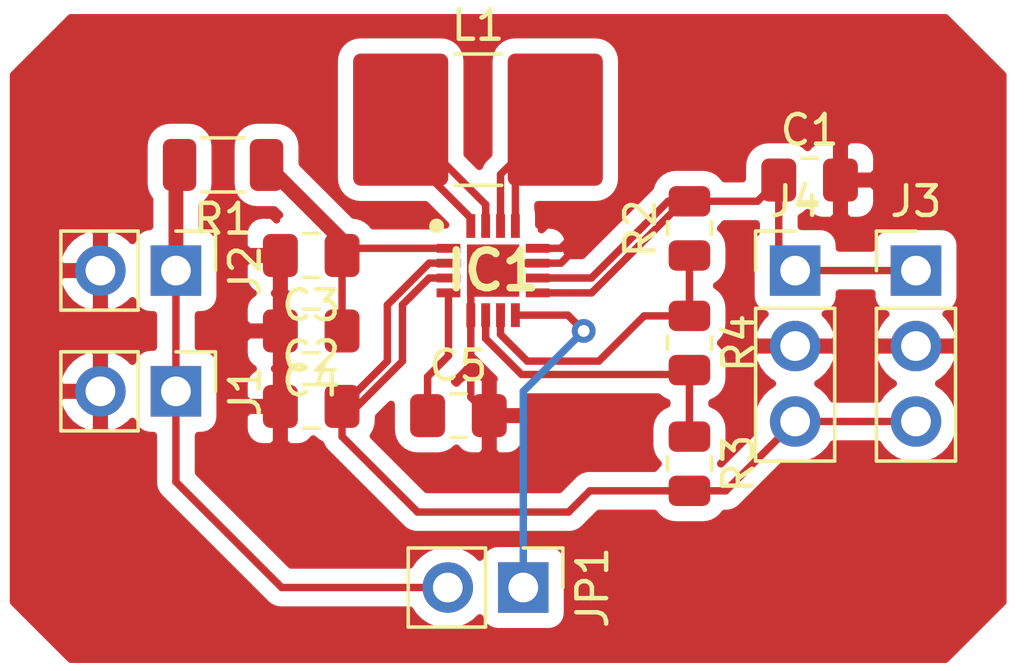
<source format=kicad_pcb>
(kicad_pcb (version 20171130) (host pcbnew 5.1.9-73d0e3b20d~88~ubuntu18.04.1)

  (general
    (thickness 1.6)
    (drawings 4)
    (tracks 83)
    (zones 0)
    (modules 16)
    (nets 12)
  )

  (page A4)
  (layers
    (0 F.Cu signal)
    (31 B.Cu signal)
    (32 B.Adhes user)
    (33 F.Adhes user)
    (34 B.Paste user)
    (35 F.Paste user)
    (36 B.SilkS user)
    (37 F.SilkS user)
    (38 B.Mask user)
    (39 F.Mask user)
    (40 Dwgs.User user)
    (41 Cmts.User user)
    (42 Eco1.User user)
    (43 Eco2.User user)
    (44 Edge.Cuts user)
    (45 Margin user)
    (46 B.CrtYd user)
    (47 F.CrtYd user)
    (48 B.Fab user)
    (49 F.Fab user)
  )

  (setup
    (last_trace_width 0.25)
    (trace_clearance 0.2)
    (zone_clearance 0.0254)
    (zone_45_only no)
    (trace_min 0.2)
    (via_size 0.8)
    (via_drill 0.4)
    (via_min_size 0.4)
    (via_min_drill 0.3)
    (uvia_size 0.3)
    (uvia_drill 0.1)
    (uvias_allowed no)
    (uvia_min_size 0.2)
    (uvia_min_drill 0.1)
    (edge_width 0.05)
    (segment_width 0.2)
    (pcb_text_width 0.3)
    (pcb_text_size 1.5 1.5)
    (mod_edge_width 0.12)
    (mod_text_size 1 1)
    (mod_text_width 0.15)
    (pad_size 1.524 1.524)
    (pad_drill 0.762)
    (pad_to_mask_clearance 0)
    (aux_axis_origin 0 0)
    (visible_elements FFFFFF7F)
    (pcbplotparams
      (layerselection 0x010fc_ffffffff)
      (usegerberextensions false)
      (usegerberattributes true)
      (usegerberadvancedattributes true)
      (creategerberjobfile true)
      (excludeedgelayer true)
      (linewidth 0.100000)
      (plotframeref false)
      (viasonmask false)
      (mode 1)
      (useauxorigin false)
      (hpglpennumber 1)
      (hpglpenspeed 20)
      (hpglpendiameter 15.000000)
      (psnegative false)
      (psa4output false)
      (plotreference true)
      (plotvalue true)
      (plotinvisibletext false)
      (padsonsilk false)
      (subtractmaskfromsilk false)
      (outputformat 1)
      (mirror false)
      (drillshape 1)
      (scaleselection 1)
      (outputdirectory ""))
  )

  (net 0 "")
  (net 1 GND)
  (net 2 VCC+)
  (net 3 VCC-)
  (net 4 "Net-(C3-Pad1)")
  (net 5 "Net-(C5-Pad1)")
  (net 6 "Net-(IC1-Pad15)")
  (net 7 "Net-(IC1-Pad13)")
  (net 8 "Net-(IC1-Pad8)")
  (net 9 FB)
  (net 10 FBG)
  (net 11 +3.3V)

  (net_class Default "This is the default net class."
    (clearance 0.2)
    (trace_width 0.25)
    (via_dia 0.8)
    (via_drill 0.4)
    (uvia_dia 0.3)
    (uvia_drill 0.1)
    (add_net +3.3V)
    (add_net FB)
    (add_net FBG)
    (add_net GND)
    (add_net "Net-(C3-Pad1)")
    (add_net "Net-(C5-Pad1)")
    (add_net "Net-(IC1-Pad13)")
    (add_net "Net-(IC1-Pad15)")
    (add_net "Net-(IC1-Pad8)")
    (add_net VCC+)
    (add_net VCC-)
  )

  (module Resistor_SMD:R_1206_3216Metric (layer F.Cu) (tedit 5F68FEEE) (tstamp 5FF86AAF)
    (at 135.6975 95.504 180)
    (descr "Resistor SMD 1206 (3216 Metric), square (rectangular) end terminal, IPC_7351 nominal, (Body size source: IPC-SM-782 page 72, https://www.pcb-3d.com/wordpress/wp-content/uploads/ipc-sm-782a_amendment_1_and_2.pdf), generated with kicad-footprint-generator")
    (tags resistor)
    (path /5FF88246)
    (attr smd)
    (fp_text reference R1 (at 0 -1.82) (layer F.SilkS)
      (effects (font (size 1 1) (thickness 0.15)))
    )
    (fp_text value 0.0 (at -0.4465 2.54) (layer F.Fab)
      (effects (font (size 1 1) (thickness 0.15)))
    )
    (fp_line (start 2.28 1.12) (end -2.28 1.12) (layer F.CrtYd) (width 0.05))
    (fp_line (start 2.28 -1.12) (end 2.28 1.12) (layer F.CrtYd) (width 0.05))
    (fp_line (start -2.28 -1.12) (end 2.28 -1.12) (layer F.CrtYd) (width 0.05))
    (fp_line (start -2.28 1.12) (end -2.28 -1.12) (layer F.CrtYd) (width 0.05))
    (fp_line (start -0.727064 0.91) (end 0.727064 0.91) (layer F.SilkS) (width 0.12))
    (fp_line (start -0.727064 -0.91) (end 0.727064 -0.91) (layer F.SilkS) (width 0.12))
    (fp_line (start 1.6 0.8) (end -1.6 0.8) (layer F.Fab) (width 0.1))
    (fp_line (start 1.6 -0.8) (end 1.6 0.8) (layer F.Fab) (width 0.1))
    (fp_line (start -1.6 -0.8) (end 1.6 -0.8) (layer F.Fab) (width 0.1))
    (fp_line (start -1.6 0.8) (end -1.6 -0.8) (layer F.Fab) (width 0.1))
    (fp_text user %R (at 0 0) (layer F.Fab)
      (effects (font (size 0.8 0.8) (thickness 0.12)))
    )
    (pad 2 smd roundrect (at 1.4625 0 180) (size 1.125 1.75) (layers F.Cu F.Paste F.Mask) (roundrect_rratio 0.222222)
      (net 11 +3.3V))
    (pad 1 smd roundrect (at -1.4625 0 180) (size 1.125 1.75) (layers F.Cu F.Paste F.Mask) (roundrect_rratio 0.222222)
      (net 4 "Net-(C3-Pad1)"))
    (model ${KISYS3DMOD}/Resistor_SMD.3dshapes/R_1206_3216Metric.wrl
      (at (xyz 0 0 0))
      (scale (xyz 1 1 1))
      (rotate (xyz 0 0 0))
    )
  )

  (module Resistor_SMD:R_0805_2012Metric (layer F.Cu) (tedit 5F68FEEE) (tstamp 5FF86AE2)
    (at 151.384 101.4965 270)
    (descr "Resistor SMD 0805 (2012 Metric), square (rectangular) end terminal, IPC_7351 nominal, (Body size source: IPC-SM-782 page 72, https://www.pcb-3d.com/wordpress/wp-content/uploads/ipc-sm-782a_amendment_1_and_2.pdf), generated with kicad-footprint-generator")
    (tags resistor)
    (path /5FFA60EC)
    (attr smd)
    (fp_text reference R4 (at 0 -1.65 90) (layer F.SilkS)
      (effects (font (size 1 1) (thickness 0.15)))
    )
    (fp_text value R (at 0 1.65 90) (layer F.Fab)
      (effects (font (size 1 1) (thickness 0.15)))
    )
    (fp_line (start 1.68 0.95) (end -1.68 0.95) (layer F.CrtYd) (width 0.05))
    (fp_line (start 1.68 -0.95) (end 1.68 0.95) (layer F.CrtYd) (width 0.05))
    (fp_line (start -1.68 -0.95) (end 1.68 -0.95) (layer F.CrtYd) (width 0.05))
    (fp_line (start -1.68 0.95) (end -1.68 -0.95) (layer F.CrtYd) (width 0.05))
    (fp_line (start -0.227064 0.735) (end 0.227064 0.735) (layer F.SilkS) (width 0.12))
    (fp_line (start -0.227064 -0.735) (end 0.227064 -0.735) (layer F.SilkS) (width 0.12))
    (fp_line (start 1 0.625) (end -1 0.625) (layer F.Fab) (width 0.1))
    (fp_line (start 1 -0.625) (end 1 0.625) (layer F.Fab) (width 0.1))
    (fp_line (start -1 -0.625) (end 1 -0.625) (layer F.Fab) (width 0.1))
    (fp_line (start -1 0.625) (end -1 -0.625) (layer F.Fab) (width 0.1))
    (fp_text user %R (at 0 0 90) (layer F.Fab)
      (effects (font (size 0.5 0.5) (thickness 0.08)))
    )
    (pad 2 smd roundrect (at 0.9125 0 270) (size 1.025 1.4) (layers F.Cu F.Paste F.Mask) (roundrect_rratio 0.243902)
      (net 10 FBG))
    (pad 1 smd roundrect (at -0.9125 0 270) (size 1.025 1.4) (layers F.Cu F.Paste F.Mask) (roundrect_rratio 0.243902)
      (net 9 FB))
    (model ${KISYS3DMOD}/Resistor_SMD.3dshapes/R_0805_2012Metric.wrl
      (at (xyz 0 0 0))
      (scale (xyz 1 1 1))
      (rotate (xyz 0 0 0))
    )
  )

  (module Resistor_SMD:R_0805_2012Metric (layer F.Cu) (tedit 5F68FEEE) (tstamp 5FF86AD1)
    (at 151.384 105.5605 270)
    (descr "Resistor SMD 0805 (2012 Metric), square (rectangular) end terminal, IPC_7351 nominal, (Body size source: IPC-SM-782 page 72, https://www.pcb-3d.com/wordpress/wp-content/uploads/ipc-sm-782a_amendment_1_and_2.pdf), generated with kicad-footprint-generator")
    (tags resistor)
    (path /5FFA64E9)
    (attr smd)
    (fp_text reference R3 (at 0 -1.65 90) (layer F.SilkS)
      (effects (font (size 1 1) (thickness 0.15)))
    )
    (fp_text value R (at 0 1.65 90) (layer F.Fab)
      (effects (font (size 1 1) (thickness 0.15)))
    )
    (fp_line (start 1.68 0.95) (end -1.68 0.95) (layer F.CrtYd) (width 0.05))
    (fp_line (start 1.68 -0.95) (end 1.68 0.95) (layer F.CrtYd) (width 0.05))
    (fp_line (start -1.68 -0.95) (end 1.68 -0.95) (layer F.CrtYd) (width 0.05))
    (fp_line (start -1.68 0.95) (end -1.68 -0.95) (layer F.CrtYd) (width 0.05))
    (fp_line (start -0.227064 0.735) (end 0.227064 0.735) (layer F.SilkS) (width 0.12))
    (fp_line (start -0.227064 -0.735) (end 0.227064 -0.735) (layer F.SilkS) (width 0.12))
    (fp_line (start 1 0.625) (end -1 0.625) (layer F.Fab) (width 0.1))
    (fp_line (start 1 -0.625) (end 1 0.625) (layer F.Fab) (width 0.1))
    (fp_line (start -1 -0.625) (end 1 -0.625) (layer F.Fab) (width 0.1))
    (fp_line (start -1 0.625) (end -1 -0.625) (layer F.Fab) (width 0.1))
    (fp_text user %R (at 0 0 90) (layer F.Fab)
      (effects (font (size 0.5 0.5) (thickness 0.08)))
    )
    (pad 2 smd roundrect (at 0.9125 0 270) (size 1.025 1.4) (layers F.Cu F.Paste F.Mask) (roundrect_rratio 0.243902)
      (net 3 VCC-))
    (pad 1 smd roundrect (at -0.9125 0 270) (size 1.025 1.4) (layers F.Cu F.Paste F.Mask) (roundrect_rratio 0.243902)
      (net 10 FBG))
    (model ${KISYS3DMOD}/Resistor_SMD.3dshapes/R_0805_2012Metric.wrl
      (at (xyz 0 0 0))
      (scale (xyz 1 1 1))
      (rotate (xyz 0 0 0))
    )
  )

  (module Resistor_SMD:R_0805_2012Metric (layer F.Cu) (tedit 5F68FEEE) (tstamp 5FF86AC0)
    (at 151.384 97.6395 90)
    (descr "Resistor SMD 0805 (2012 Metric), square (rectangular) end terminal, IPC_7351 nominal, (Body size source: IPC-SM-782 page 72, https://www.pcb-3d.com/wordpress/wp-content/uploads/ipc-sm-782a_amendment_1_and_2.pdf), generated with kicad-footprint-generator")
    (tags resistor)
    (path /5FFA436D)
    (attr smd)
    (fp_text reference R2 (at 0 -1.65 90) (layer F.SilkS)
      (effects (font (size 1 1) (thickness 0.15)))
    )
    (fp_text value R (at 0 1.65 90) (layer F.Fab)
      (effects (font (size 1 1) (thickness 0.15)))
    )
    (fp_line (start 1.68 0.95) (end -1.68 0.95) (layer F.CrtYd) (width 0.05))
    (fp_line (start 1.68 -0.95) (end 1.68 0.95) (layer F.CrtYd) (width 0.05))
    (fp_line (start -1.68 -0.95) (end 1.68 -0.95) (layer F.CrtYd) (width 0.05))
    (fp_line (start -1.68 0.95) (end -1.68 -0.95) (layer F.CrtYd) (width 0.05))
    (fp_line (start -0.227064 0.735) (end 0.227064 0.735) (layer F.SilkS) (width 0.12))
    (fp_line (start -0.227064 -0.735) (end 0.227064 -0.735) (layer F.SilkS) (width 0.12))
    (fp_line (start 1 0.625) (end -1 0.625) (layer F.Fab) (width 0.1))
    (fp_line (start 1 -0.625) (end 1 0.625) (layer F.Fab) (width 0.1))
    (fp_line (start -1 -0.625) (end 1 -0.625) (layer F.Fab) (width 0.1))
    (fp_line (start -1 0.625) (end -1 -0.625) (layer F.Fab) (width 0.1))
    (fp_text user %R (at 0 0 90) (layer F.Fab)
      (effects (font (size 0.5 0.5) (thickness 0.08)))
    )
    (pad 2 smd roundrect (at 0.9125 0 90) (size 1.025 1.4) (layers F.Cu F.Paste F.Mask) (roundrect_rratio 0.243902)
      (net 2 VCC+))
    (pad 1 smd roundrect (at -0.9125 0 90) (size 1.025 1.4) (layers F.Cu F.Paste F.Mask) (roundrect_rratio 0.243902)
      (net 9 FB))
    (model ${KISYS3DMOD}/Resistor_SMD.3dshapes/R_0805_2012Metric.wrl
      (at (xyz 0 0 0))
      (scale (xyz 1 1 1))
      (rotate (xyz 0 0 0))
    )
  )

  (module Inductor_SMD:L_2816_7142Metric_Pad3.20x4.45mm_HandSolder (layer F.Cu) (tedit 5F68FEF0) (tstamp 5FF87D58)
    (at 144.272 93.98)
    (descr "Inductor SMD 2816 (7142 Metric), square (rectangular) end terminal, IPC_7351 nominal with elongated pad for handsoldering. (Body size from: https://www.vishay.com/docs/30100/wsl.pdf), generated with kicad-footprint-generator")
    (tags "inductor handsolder")
    (path /5FF97801)
    (attr smd)
    (fp_text reference L1 (at 0 -3.18) (layer F.SilkS)
      (effects (font (size 1 1) (thickness 0.15)))
    )
    (fp_text value INDUCTOR (at 0 3.18) (layer F.Fab)
      (effects (font (size 1 1) (thickness 0.15)))
    )
    (fp_line (start 4.45 2.48) (end -4.45 2.48) (layer F.CrtYd) (width 0.05))
    (fp_line (start 4.45 -2.48) (end 4.45 2.48) (layer F.CrtYd) (width 0.05))
    (fp_line (start -4.45 -2.48) (end 4.45 -2.48) (layer F.CrtYd) (width 0.05))
    (fp_line (start -4.45 2.48) (end -4.45 -2.48) (layer F.CrtYd) (width 0.05))
    (fp_line (start -0.797369 2.21) (end 0.797369 2.21) (layer F.SilkS) (width 0.12))
    (fp_line (start -0.797369 -2.21) (end 0.797369 -2.21) (layer F.SilkS) (width 0.12))
    (fp_line (start 3.55 2.1) (end -3.55 2.1) (layer F.Fab) (width 0.1))
    (fp_line (start 3.55 -2.1) (end 3.55 2.1) (layer F.Fab) (width 0.1))
    (fp_line (start -3.55 -2.1) (end 3.55 -2.1) (layer F.Fab) (width 0.1))
    (fp_line (start -3.55 2.1) (end -3.55 -2.1) (layer F.Fab) (width 0.1))
    (fp_text user %R (at -0.968 0.534) (layer F.Fab)
      (effects (font (size 1 1) (thickness 0.15)))
    )
    (pad 2 smd roundrect (at 2.6 0) (size 3.2 4.45) (layers F.Cu F.Paste F.Mask) (roundrect_rratio 0.078125)
      (net 7 "Net-(IC1-Pad13)"))
    (pad 1 smd roundrect (at -2.6 0) (size 3.2 4.45) (layers F.Cu F.Paste F.Mask) (roundrect_rratio 0.078125)
      (net 6 "Net-(IC1-Pad15)"))
    (model ${KISYS3DMOD}/Inductor_SMD.3dshapes/L_2816_7142Metric.wrl
      (at (xyz 0 0 0))
      (scale (xyz 1 1 1))
      (rotate (xyz 0 0 0))
    )
  )

  (module Connector_PinHeader_2.54mm:PinHeader_1x02_P2.54mm_Vertical (layer F.Cu) (tedit 59FED5CC) (tstamp 5FF86A8D)
    (at 145.796 109.728 270)
    (descr "Through hole straight pin header, 1x02, 2.54mm pitch, single row")
    (tags "Through hole pin header THT 1x02 2.54mm single row")
    (path /5FF90D76)
    (fp_text reference JP1 (at 0 -2.33 90) (layer F.SilkS)
      (effects (font (size 1 1) (thickness 0.15)))
    )
    (fp_text value Jumper (at 0 4.87 90) (layer F.Fab)
      (effects (font (size 1 1) (thickness 0.15)))
    )
    (fp_line (start 1.8 -1.8) (end -1.8 -1.8) (layer F.CrtYd) (width 0.05))
    (fp_line (start 1.8 4.35) (end 1.8 -1.8) (layer F.CrtYd) (width 0.05))
    (fp_line (start -1.8 4.35) (end 1.8 4.35) (layer F.CrtYd) (width 0.05))
    (fp_line (start -1.8 -1.8) (end -1.8 4.35) (layer F.CrtYd) (width 0.05))
    (fp_line (start -1.33 -1.33) (end 0 -1.33) (layer F.SilkS) (width 0.12))
    (fp_line (start -1.33 0) (end -1.33 -1.33) (layer F.SilkS) (width 0.12))
    (fp_line (start -1.33 1.27) (end 1.33 1.27) (layer F.SilkS) (width 0.12))
    (fp_line (start 1.33 1.27) (end 1.33 3.87) (layer F.SilkS) (width 0.12))
    (fp_line (start -1.33 1.27) (end -1.33 3.87) (layer F.SilkS) (width 0.12))
    (fp_line (start -1.33 3.87) (end 1.33 3.87) (layer F.SilkS) (width 0.12))
    (fp_line (start -1.27 -0.635) (end -0.635 -1.27) (layer F.Fab) (width 0.1))
    (fp_line (start -1.27 3.81) (end -1.27 -0.635) (layer F.Fab) (width 0.1))
    (fp_line (start 1.27 3.81) (end -1.27 3.81) (layer F.Fab) (width 0.1))
    (fp_line (start 1.27 -1.27) (end 1.27 3.81) (layer F.Fab) (width 0.1))
    (fp_line (start -0.635 -1.27) (end 1.27 -1.27) (layer F.Fab) (width 0.1))
    (fp_text user %R (at -2.328 0.198) (layer F.Fab)
      (effects (font (size 1 1) (thickness 0.15)))
    )
    (pad 2 thru_hole oval (at 0 2.54 270) (size 1.7 1.7) (drill 1) (layers *.Cu *.Mask)
      (net 11 +3.3V))
    (pad 1 thru_hole rect (at 0 0 270) (size 1.7 1.7) (drill 1) (layers *.Cu *.Mask)
      (net 8 "Net-(IC1-Pad8)"))
    (model ${KISYS3DMOD}/Connector_PinHeader_2.54mm.3dshapes/PinHeader_1x02_P2.54mm_Vertical.wrl
      (at (xyz 0 0 0))
      (scale (xyz 1 1 1))
      (rotate (xyz 0 0 0))
    )
  )

  (module Connector_PinHeader_2.54mm:PinHeader_1x03_P2.54mm_Vertical (layer F.Cu) (tedit 59FED5CC) (tstamp 5FF86A77)
    (at 154.94 99.06)
    (descr "Through hole straight pin header, 1x03, 2.54mm pitch, single row")
    (tags "Through hole pin header THT 1x03 2.54mm single row")
    (path /5FFA71F0)
    (fp_text reference J4 (at 0 -2.33) (layer F.SilkS)
      (effects (font (size 1 1) (thickness 0.15)))
    )
    (fp_text value Conn_01x03_Female (at 0 7.41) (layer F.Fab)
      (effects (font (size 1 1) (thickness 0.15)))
    )
    (fp_line (start 1.8 -1.8) (end -1.8 -1.8) (layer F.CrtYd) (width 0.05))
    (fp_line (start 1.8 6.85) (end 1.8 -1.8) (layer F.CrtYd) (width 0.05))
    (fp_line (start -1.8 6.85) (end 1.8 6.85) (layer F.CrtYd) (width 0.05))
    (fp_line (start -1.8 -1.8) (end -1.8 6.85) (layer F.CrtYd) (width 0.05))
    (fp_line (start -1.33 -1.33) (end 0 -1.33) (layer F.SilkS) (width 0.12))
    (fp_line (start -1.33 0) (end -1.33 -1.33) (layer F.SilkS) (width 0.12))
    (fp_line (start -1.33 1.27) (end 1.33 1.27) (layer F.SilkS) (width 0.12))
    (fp_line (start 1.33 1.27) (end 1.33 6.41) (layer F.SilkS) (width 0.12))
    (fp_line (start -1.33 1.27) (end -1.33 6.41) (layer F.SilkS) (width 0.12))
    (fp_line (start -1.33 6.41) (end 1.33 6.41) (layer F.SilkS) (width 0.12))
    (fp_line (start -1.27 -0.635) (end -0.635 -1.27) (layer F.Fab) (width 0.1))
    (fp_line (start -1.27 6.35) (end -1.27 -0.635) (layer F.Fab) (width 0.1))
    (fp_line (start 1.27 6.35) (end -1.27 6.35) (layer F.Fab) (width 0.1))
    (fp_line (start 1.27 -1.27) (end 1.27 6.35) (layer F.Fab) (width 0.1))
    (fp_line (start -0.635 -1.27) (end 1.27 -1.27) (layer F.Fab) (width 0.1))
    (fp_text user %R (at 0 2.54 90) (layer F.Fab)
      (effects (font (size 1 1) (thickness 0.15)))
    )
    (pad 3 thru_hole oval (at 0 5.08) (size 1.7 1.7) (drill 1) (layers *.Cu *.Mask)
      (net 3 VCC-))
    (pad 2 thru_hole oval (at 0 2.54) (size 1.7 1.7) (drill 1) (layers *.Cu *.Mask)
      (net 1 GND))
    (pad 1 thru_hole rect (at 0 0) (size 1.7 1.7) (drill 1) (layers *.Cu *.Mask)
      (net 2 VCC+))
    (model ${KISYS3DMOD}/Connector_PinHeader_2.54mm.3dshapes/PinHeader_1x03_P2.54mm_Vertical.wrl
      (at (xyz 0 0 0))
      (scale (xyz 1 1 1))
      (rotate (xyz 0 0 0))
    )
  )

  (module Connector_PinHeader_2.54mm:PinHeader_1x03_P2.54mm_Vertical (layer F.Cu) (tedit 59FED5CC) (tstamp 5FF86A60)
    (at 159.004 99.06)
    (descr "Through hole straight pin header, 1x03, 2.54mm pitch, single row")
    (tags "Through hole pin header THT 1x03 2.54mm single row")
    (path /5FF932D5)
    (fp_text reference J3 (at 0 -2.33) (layer F.SilkS)
      (effects (font (size 1 1) (thickness 0.15)))
    )
    (fp_text value V+ (at 2.54 -0.508 90) (layer F.Fab)
      (effects (font (size 1 1) (thickness 0.15)))
    )
    (fp_line (start 1.8 -1.8) (end -1.8 -1.8) (layer F.CrtYd) (width 0.05))
    (fp_line (start 1.8 6.85) (end 1.8 -1.8) (layer F.CrtYd) (width 0.05))
    (fp_line (start -1.8 6.85) (end 1.8 6.85) (layer F.CrtYd) (width 0.05))
    (fp_line (start -1.8 -1.8) (end -1.8 6.85) (layer F.CrtYd) (width 0.05))
    (fp_line (start -1.33 -1.33) (end 0 -1.33) (layer F.SilkS) (width 0.12))
    (fp_line (start -1.33 0) (end -1.33 -1.33) (layer F.SilkS) (width 0.12))
    (fp_line (start -1.33 1.27) (end 1.33 1.27) (layer F.SilkS) (width 0.12))
    (fp_line (start 1.33 1.27) (end 1.33 6.41) (layer F.SilkS) (width 0.12))
    (fp_line (start -1.33 1.27) (end -1.33 6.41) (layer F.SilkS) (width 0.12))
    (fp_line (start -1.33 6.41) (end 1.33 6.41) (layer F.SilkS) (width 0.12))
    (fp_line (start -1.27 -0.635) (end -0.635 -1.27) (layer F.Fab) (width 0.1))
    (fp_line (start -1.27 6.35) (end -1.27 -0.635) (layer F.Fab) (width 0.1))
    (fp_line (start 1.27 6.35) (end -1.27 6.35) (layer F.Fab) (width 0.1))
    (fp_line (start 1.27 -1.27) (end 1.27 6.35) (layer F.Fab) (width 0.1))
    (fp_line (start -0.635 -1.27) (end 1.27 -1.27) (layer F.Fab) (width 0.1))
    (fp_text user %R (at 0 2.54 90) (layer F.Fab)
      (effects (font (size 1 1) (thickness 0.15)))
    )
    (pad 3 thru_hole oval (at 0 5.08) (size 1.7 1.7) (drill 1) (layers *.Cu *.Mask)
      (net 3 VCC-))
    (pad 2 thru_hole oval (at 0 2.54) (size 1.7 1.7) (drill 1) (layers *.Cu *.Mask)
      (net 1 GND))
    (pad 1 thru_hole rect (at 0 0) (size 1.7 1.7) (drill 1) (layers *.Cu *.Mask)
      (net 2 VCC+))
    (model ${KISYS3DMOD}/Connector_PinHeader_2.54mm.3dshapes/PinHeader_1x03_P2.54mm_Vertical.wrl
      (at (xyz 0 0 0))
      (scale (xyz 1 1 1))
      (rotate (xyz 0 0 0))
    )
  )

  (module Connector_PinHeader_2.54mm:PinHeader_1x02_P2.54mm_Vertical (layer F.Cu) (tedit 59FED5CC) (tstamp 5FF86A49)
    (at 134.112 99.06 270)
    (descr "Through hole straight pin header, 1x02, 2.54mm pitch, single row")
    (tags "Through hole pin header THT 1x02 2.54mm single row")
    (path /5FFD8219)
    (fp_text reference J2 (at 0 -2.33 90) (layer F.SilkS)
      (effects (font (size 1 1) (thickness 0.15)))
    )
    (fp_text value Conn_01x02_Female (at 0 4.87 90) (layer F.Fab)
      (effects (font (size 1 1) (thickness 0.15)))
    )
    (fp_line (start 1.8 -1.8) (end -1.8 -1.8) (layer F.CrtYd) (width 0.05))
    (fp_line (start 1.8 4.35) (end 1.8 -1.8) (layer F.CrtYd) (width 0.05))
    (fp_line (start -1.8 4.35) (end 1.8 4.35) (layer F.CrtYd) (width 0.05))
    (fp_line (start -1.8 -1.8) (end -1.8 4.35) (layer F.CrtYd) (width 0.05))
    (fp_line (start -1.33 -1.33) (end 0 -1.33) (layer F.SilkS) (width 0.12))
    (fp_line (start -1.33 0) (end -1.33 -1.33) (layer F.SilkS) (width 0.12))
    (fp_line (start -1.33 1.27) (end 1.33 1.27) (layer F.SilkS) (width 0.12))
    (fp_line (start 1.33 1.27) (end 1.33 3.87) (layer F.SilkS) (width 0.12))
    (fp_line (start -1.33 1.27) (end -1.33 3.87) (layer F.SilkS) (width 0.12))
    (fp_line (start -1.33 3.87) (end 1.33 3.87) (layer F.SilkS) (width 0.12))
    (fp_line (start -1.27 -0.635) (end -0.635 -1.27) (layer F.Fab) (width 0.1))
    (fp_line (start -1.27 3.81) (end -1.27 -0.635) (layer F.Fab) (width 0.1))
    (fp_line (start 1.27 3.81) (end -1.27 3.81) (layer F.Fab) (width 0.1))
    (fp_line (start 1.27 -1.27) (end 1.27 3.81) (layer F.Fab) (width 0.1))
    (fp_line (start -0.635 -1.27) (end 1.27 -1.27) (layer F.Fab) (width 0.1))
    (fp_text user %R (at 0 1.27) (layer F.Fab)
      (effects (font (size 1 1) (thickness 0.15)))
    )
    (pad 2 thru_hole oval (at 0 2.54 270) (size 1.7 1.7) (drill 1) (layers *.Cu *.Mask)
      (net 1 GND))
    (pad 1 thru_hole rect (at 0 0 270) (size 1.7 1.7) (drill 1) (layers *.Cu *.Mask)
      (net 11 +3.3V))
    (model ${KISYS3DMOD}/Connector_PinHeader_2.54mm.3dshapes/PinHeader_1x02_P2.54mm_Vertical.wrl
      (at (xyz 0 0 0))
      (scale (xyz 1 1 1))
      (rotate (xyz 0 0 0))
    )
  )

  (module Connector_PinHeader_2.54mm:PinHeader_1x02_P2.54mm_Vertical (layer F.Cu) (tedit 59FED5CC) (tstamp 5FF86A33)
    (at 134.112 103.124 270)
    (descr "Through hole straight pin header, 1x02, 2.54mm pitch, single row")
    (tags "Through hole pin header THT 1x02 2.54mm single row")
    (path /5FFD68C1)
    (fp_text reference J1 (at 0 -2.33 90) (layer F.SilkS)
      (effects (font (size 1 1) (thickness 0.15)))
    )
    (fp_text value Conn_01x02_Female (at 0 4.87 90) (layer F.Fab)
      (effects (font (size 1 1) (thickness 0.15)))
    )
    (fp_line (start 1.8 -1.8) (end -1.8 -1.8) (layer F.CrtYd) (width 0.05))
    (fp_line (start 1.8 4.35) (end 1.8 -1.8) (layer F.CrtYd) (width 0.05))
    (fp_line (start -1.8 4.35) (end 1.8 4.35) (layer F.CrtYd) (width 0.05))
    (fp_line (start -1.8 -1.8) (end -1.8 4.35) (layer F.CrtYd) (width 0.05))
    (fp_line (start -1.33 -1.33) (end 0 -1.33) (layer F.SilkS) (width 0.12))
    (fp_line (start -1.33 0) (end -1.33 -1.33) (layer F.SilkS) (width 0.12))
    (fp_line (start -1.33 1.27) (end 1.33 1.27) (layer F.SilkS) (width 0.12))
    (fp_line (start 1.33 1.27) (end 1.33 3.87) (layer F.SilkS) (width 0.12))
    (fp_line (start -1.33 1.27) (end -1.33 3.87) (layer F.SilkS) (width 0.12))
    (fp_line (start -1.33 3.87) (end 1.33 3.87) (layer F.SilkS) (width 0.12))
    (fp_line (start -1.27 -0.635) (end -0.635 -1.27) (layer F.Fab) (width 0.1))
    (fp_line (start -1.27 3.81) (end -1.27 -0.635) (layer F.Fab) (width 0.1))
    (fp_line (start 1.27 3.81) (end -1.27 3.81) (layer F.Fab) (width 0.1))
    (fp_line (start 1.27 -1.27) (end 1.27 3.81) (layer F.Fab) (width 0.1))
    (fp_line (start -0.635 -1.27) (end 1.27 -1.27) (layer F.Fab) (width 0.1))
    (fp_text user %R (at 0 1.27) (layer F.Fab)
      (effects (font (size 1 1) (thickness 0.15)))
    )
    (pad 2 thru_hole oval (at 0 2.54 270) (size 1.7 1.7) (drill 1) (layers *.Cu *.Mask)
      (net 1 GND))
    (pad 1 thru_hole rect (at 0 0 270) (size 1.7 1.7) (drill 1) (layers *.Cu *.Mask)
      (net 11 +3.3V))
    (model ${KISYS3DMOD}/Connector_PinHeader_2.54mm.3dshapes/PinHeader_1x02_P2.54mm_Vertical.wrl
      (at (xyz 0 0 0))
      (scale (xyz 1 1 1))
      (rotate (xyz 0 0 0))
    )
  )

  (module tps:QFN50P300X300X80-17N-D (layer F.Cu) (tedit 0) (tstamp 5FF86A1D)
    (at 144.78 99.06)
    (descr "RTE  (S-PWQFN-N16)")
    (tags "Integrated Circuit")
    (path /5FF82618)
    (attr smd)
    (fp_text reference IC1 (at 0 0) (layer F.SilkS)
      (effects (font (size 1.27 1.27) (thickness 0.254)))
    )
    (fp_text value TPS65135RTER (at 0 0) (layer F.SilkS) hide
      (effects (font (size 1.27 1.27) (thickness 0.254)))
    )
    (fp_circle (center -1.9 -1.5) (end -1.9 -1.375) (layer F.SilkS) (width 0.25))
    (fp_line (start -1.5 -1) (end -1 -1.5) (layer F.Fab) (width 0.1))
    (fp_line (start -1.5 1.5) (end -1.5 -1.5) (layer F.Fab) (width 0.1))
    (fp_line (start 1.5 1.5) (end -1.5 1.5) (layer F.Fab) (width 0.1))
    (fp_line (start 1.5 -1.5) (end 1.5 1.5) (layer F.Fab) (width 0.1))
    (fp_line (start -1.5 -1.5) (end 1.5 -1.5) (layer F.Fab) (width 0.1))
    (fp_line (start -2.15 2.15) (end -2.15 -2.15) (layer F.CrtYd) (width 0.05))
    (fp_line (start 2.15 2.15) (end -2.15 2.15) (layer F.CrtYd) (width 0.05))
    (fp_line (start 2.15 -2.15) (end 2.15 2.15) (layer F.CrtYd) (width 0.05))
    (fp_line (start -2.15 -2.15) (end 2.15 -2.15) (layer F.CrtYd) (width 0.05))
    (fp_text user %R (at 0 0) (layer F.Fab)
      (effects (font (size 1.27 1.27) (thickness 0.254)))
    )
    (pad 17 smd rect (at 0 0) (size 1.76 1.76) (layers F.Cu F.Paste F.Mask)
      (net 1 GND))
    (pad 16 smd rect (at -0.75 -1.5) (size 0.3 0.8) (layers F.Cu F.Paste F.Mask)
      (net 6 "Net-(IC1-Pad15)"))
    (pad 15 smd rect (at -0.25 -1.5) (size 0.3 0.8) (layers F.Cu F.Paste F.Mask)
      (net 6 "Net-(IC1-Pad15)"))
    (pad 14 smd rect (at 0.25 -1.5) (size 0.3 0.8) (layers F.Cu F.Paste F.Mask)
      (net 7 "Net-(IC1-Pad13)"))
    (pad 13 smd rect (at 0.75 -1.5) (size 0.3 0.8) (layers F.Cu F.Paste F.Mask)
      (net 7 "Net-(IC1-Pad13)"))
    (pad 12 smd rect (at 1.5 -0.75 90) (size 0.3 0.8) (layers F.Cu F.Paste F.Mask)
      (net 1 GND))
    (pad 11 smd rect (at 1.5 -0.25 90) (size 0.3 0.8) (layers F.Cu F.Paste F.Mask)
      (net 1 GND))
    (pad 10 smd rect (at 1.5 0.25 90) (size 0.3 0.8) (layers F.Cu F.Paste F.Mask)
      (net 2 VCC+))
    (pad 9 smd rect (at 1.5 0.75 90) (size 0.3 0.8) (layers F.Cu F.Paste F.Mask)
      (net 2 VCC+))
    (pad 8 smd rect (at 0.75 1.5) (size 0.3 0.8) (layers F.Cu F.Paste F.Mask)
      (net 8 "Net-(IC1-Pad8)"))
    (pad 7 smd rect (at 0.25 1.5) (size 0.3 0.8) (layers F.Cu F.Paste F.Mask)
      (net 9 FB))
    (pad 6 smd rect (at -0.25 1.5) (size 0.3 0.8) (layers F.Cu F.Paste F.Mask)
      (net 10 FBG))
    (pad 5 smd rect (at -0.75 1.5) (size 0.3 0.8) (layers F.Cu F.Paste F.Mask)
      (net 1 GND))
    (pad 4 smd rect (at -1.5 0.75 90) (size 0.3 0.8) (layers F.Cu F.Paste F.Mask)
      (net 5 "Net-(C5-Pad1)"))
    (pad 3 smd rect (at -1.5 0.25 90) (size 0.3 0.8) (layers F.Cu F.Paste F.Mask)
      (net 3 VCC-))
    (pad 2 smd rect (at -1.5 -0.25 90) (size 0.3 0.8) (layers F.Cu F.Paste F.Mask)
      (net 3 VCC-))
    (pad 1 smd rect (at -1.5 -0.75 90) (size 0.3 0.8) (layers F.Cu F.Paste F.Mask)
      (net 4 "Net-(C3-Pad1)"))
    (model TPS65135RTER.stp
      (at (xyz 0 0 0))
      (scale (xyz 1 1 1))
      (rotate (xyz 0 0 0))
    )
  )

  (module Capacitor_SMD:C_0805_2012Metric_Pad1.18x1.45mm_HandSolder (layer F.Cu) (tedit 5F68FEEF) (tstamp 5FF869FD)
    (at 143.61414 103.94188)
    (descr "Capacitor SMD 0805 (2012 Metric), square (rectangular) end terminal, IPC_7351 nominal with elongated pad for handsoldering. (Body size source: IPC-SM-782 page 76, https://www.pcb-3d.com/wordpress/wp-content/uploads/ipc-sm-782a_amendment_1_and_2.pdf, https://docs.google.com/spreadsheets/d/1BsfQQcO9C6DZCsRaXUlFlo91Tg2WpOkGARC1WS5S8t0/edit?usp=sharing), generated with kicad-footprint-generator")
    (tags "capacitor handsolder")
    (path /5FF942B5)
    (attr smd)
    (fp_text reference C5 (at 0 -1.68) (layer F.SilkS)
      (effects (font (size 1 1) (thickness 0.15)))
    )
    (fp_text value C (at 0 1.68) (layer F.Fab)
      (effects (font (size 1 1) (thickness 0.15)))
    )
    (fp_line (start 1.88 0.98) (end -1.88 0.98) (layer F.CrtYd) (width 0.05))
    (fp_line (start 1.88 -0.98) (end 1.88 0.98) (layer F.CrtYd) (width 0.05))
    (fp_line (start -1.88 -0.98) (end 1.88 -0.98) (layer F.CrtYd) (width 0.05))
    (fp_line (start -1.88 0.98) (end -1.88 -0.98) (layer F.CrtYd) (width 0.05))
    (fp_line (start -0.261252 0.735) (end 0.261252 0.735) (layer F.SilkS) (width 0.12))
    (fp_line (start -0.261252 -0.735) (end 0.261252 -0.735) (layer F.SilkS) (width 0.12))
    (fp_line (start 1 0.625) (end -1 0.625) (layer F.Fab) (width 0.1))
    (fp_line (start 1 -0.625) (end 1 0.625) (layer F.Fab) (width 0.1))
    (fp_line (start -1 -0.625) (end 1 -0.625) (layer F.Fab) (width 0.1))
    (fp_line (start -1 0.625) (end -1 -0.625) (layer F.Fab) (width 0.1))
    (fp_text user %R (at 0 0) (layer F.Fab)
      (effects (font (size 0.5 0.5) (thickness 0.08)))
    )
    (pad 2 smd roundrect (at 1.0375 0) (size 1.175 1.45) (layers F.Cu F.Paste F.Mask) (roundrect_rratio 0.212766)
      (net 1 GND))
    (pad 1 smd roundrect (at -1.0375 0) (size 1.175 1.45) (layers F.Cu F.Paste F.Mask) (roundrect_rratio 0.212766)
      (net 5 "Net-(C5-Pad1)"))
    (model ${KISYS3DMOD}/Capacitor_SMD.3dshapes/C_0805_2012Metric.wrl
      (at (xyz 0 0 0))
      (scale (xyz 1 1 1))
      (rotate (xyz 0 0 0))
    )
  )

  (module Capacitor_SMD:C_0805_2012Metric_Pad1.18x1.45mm_HandSolder (layer F.Cu) (tedit 5F68FEEF) (tstamp 5FF869EC)
    (at 138.6625 101.092 180)
    (descr "Capacitor SMD 0805 (2012 Metric), square (rectangular) end terminal, IPC_7351 nominal with elongated pad for handsoldering. (Body size source: IPC-SM-782 page 76, https://www.pcb-3d.com/wordpress/wp-content/uploads/ipc-sm-782a_amendment_1_and_2.pdf, https://docs.google.com/spreadsheets/d/1BsfQQcO9C6DZCsRaXUlFlo91Tg2WpOkGARC1WS5S8t0/edit?usp=sharing), generated with kicad-footprint-generator")
    (tags "capacitor handsolder")
    (path /5FF896B6)
    (attr smd)
    (fp_text reference C4 (at 0 -1.68) (layer F.SilkS)
      (effects (font (size 1 1) (thickness 0.15)))
    )
    (fp_text value C (at 0 1.68) (layer F.Fab)
      (effects (font (size 1 1) (thickness 0.15)))
    )
    (fp_line (start 1.88 0.98) (end -1.88 0.98) (layer F.CrtYd) (width 0.05))
    (fp_line (start 1.88 -0.98) (end 1.88 0.98) (layer F.CrtYd) (width 0.05))
    (fp_line (start -1.88 -0.98) (end 1.88 -0.98) (layer F.CrtYd) (width 0.05))
    (fp_line (start -1.88 0.98) (end -1.88 -0.98) (layer F.CrtYd) (width 0.05))
    (fp_line (start -0.261252 0.735) (end 0.261252 0.735) (layer F.SilkS) (width 0.12))
    (fp_line (start -0.261252 -0.735) (end 0.261252 -0.735) (layer F.SilkS) (width 0.12))
    (fp_line (start 1 0.625) (end -1 0.625) (layer F.Fab) (width 0.1))
    (fp_line (start 1 -0.625) (end 1 0.625) (layer F.Fab) (width 0.1))
    (fp_line (start -1 -0.625) (end 1 -0.625) (layer F.Fab) (width 0.1))
    (fp_line (start -1 0.625) (end -1 -0.625) (layer F.Fab) (width 0.1))
    (fp_text user %R (at -0.1 0.152) (layer F.Fab)
      (effects (font (size 0.5 0.5) (thickness 0.08)))
    )
    (pad 2 smd roundrect (at 1.0375 0 180) (size 1.175 1.45) (layers F.Cu F.Paste F.Mask) (roundrect_rratio 0.212766)
      (net 1 GND))
    (pad 1 smd roundrect (at -1.0375 0 180) (size 1.175 1.45) (layers F.Cu F.Paste F.Mask) (roundrect_rratio 0.212766)
      (net 4 "Net-(C3-Pad1)"))
    (model ${KISYS3DMOD}/Capacitor_SMD.3dshapes/C_0805_2012Metric.wrl
      (at (xyz 0 0 0))
      (scale (xyz 1 1 1))
      (rotate (xyz 0 0 0))
    )
  )

  (module Capacitor_SMD:C_0805_2012Metric_Pad1.18x1.45mm_HandSolder (layer F.Cu) (tedit 5F68FEEF) (tstamp 5FF869DB)
    (at 138.6625 98.552 180)
    (descr "Capacitor SMD 0805 (2012 Metric), square (rectangular) end terminal, IPC_7351 nominal with elongated pad for handsoldering. (Body size source: IPC-SM-782 page 76, https://www.pcb-3d.com/wordpress/wp-content/uploads/ipc-sm-782a_amendment_1_and_2.pdf, https://docs.google.com/spreadsheets/d/1BsfQQcO9C6DZCsRaXUlFlo91Tg2WpOkGARC1WS5S8t0/edit?usp=sharing), generated with kicad-footprint-generator")
    (tags "capacitor handsolder")
    (path /5FF88F07)
    (attr smd)
    (fp_text reference C3 (at 0 -1.68) (layer F.SilkS)
      (effects (font (size 1 1) (thickness 0.15)))
    )
    (fp_text value C (at 0 1.68) (layer F.Fab)
      (effects (font (size 1 1) (thickness 0.15)))
    )
    (fp_line (start 1.88 0.98) (end -1.88 0.98) (layer F.CrtYd) (width 0.05))
    (fp_line (start 1.88 -0.98) (end 1.88 0.98) (layer F.CrtYd) (width 0.05))
    (fp_line (start -1.88 -0.98) (end 1.88 -0.98) (layer F.CrtYd) (width 0.05))
    (fp_line (start -1.88 0.98) (end -1.88 -0.98) (layer F.CrtYd) (width 0.05))
    (fp_line (start -0.261252 0.735) (end 0.261252 0.735) (layer F.SilkS) (width 0.12))
    (fp_line (start -0.261252 -0.735) (end 0.261252 -0.735) (layer F.SilkS) (width 0.12))
    (fp_line (start 1 0.625) (end -1 0.625) (layer F.Fab) (width 0.1))
    (fp_line (start 1 -0.625) (end 1 0.625) (layer F.Fab) (width 0.1))
    (fp_line (start -1 -0.625) (end 1 -0.625) (layer F.Fab) (width 0.1))
    (fp_line (start -1 0.625) (end -1 -0.625) (layer F.Fab) (width 0.1))
    (fp_text user %R (at 0 0) (layer F.Fab)
      (effects (font (size 0.5 0.5) (thickness 0.08)))
    )
    (pad 2 smd roundrect (at 1.0375 0 180) (size 1.175 1.45) (layers F.Cu F.Paste F.Mask) (roundrect_rratio 0.212766)
      (net 1 GND))
    (pad 1 smd roundrect (at -1.0375 0 180) (size 1.175 1.45) (layers F.Cu F.Paste F.Mask) (roundrect_rratio 0.212766)
      (net 4 "Net-(C3-Pad1)"))
    (model ${KISYS3DMOD}/Capacitor_SMD.3dshapes/C_0805_2012Metric.wrl
      (at (xyz 0 0 0))
      (scale (xyz 1 1 1))
      (rotate (xyz 0 0 0))
    )
  )

  (module Capacitor_SMD:C_0805_2012Metric_Pad1.18x1.45mm_HandSolder (layer F.Cu) (tedit 5F68FEEF) (tstamp 5FF869CA)
    (at 138.6625 103.632)
    (descr "Capacitor SMD 0805 (2012 Metric), square (rectangular) end terminal, IPC_7351 nominal with elongated pad for handsoldering. (Body size source: IPC-SM-782 page 76, https://www.pcb-3d.com/wordpress/wp-content/uploads/ipc-sm-782a_amendment_1_and_2.pdf, https://docs.google.com/spreadsheets/d/1BsfQQcO9C6DZCsRaXUlFlo91Tg2WpOkGARC1WS5S8t0/edit?usp=sharing), generated with kicad-footprint-generator")
    (tags "capacitor handsolder")
    (path /5FFA3E23)
    (attr smd)
    (fp_text reference C2 (at 0 -1.68) (layer F.SilkS)
      (effects (font (size 1 1) (thickness 0.15)))
    )
    (fp_text value C (at 0 1.68) (layer F.Fab)
      (effects (font (size 1 1) (thickness 0.15)))
    )
    (fp_line (start 1.88 0.98) (end -1.88 0.98) (layer F.CrtYd) (width 0.05))
    (fp_line (start 1.88 -0.98) (end 1.88 0.98) (layer F.CrtYd) (width 0.05))
    (fp_line (start -1.88 -0.98) (end 1.88 -0.98) (layer F.CrtYd) (width 0.05))
    (fp_line (start -1.88 0.98) (end -1.88 -0.98) (layer F.CrtYd) (width 0.05))
    (fp_line (start -0.261252 0.735) (end 0.261252 0.735) (layer F.SilkS) (width 0.12))
    (fp_line (start -0.261252 -0.735) (end 0.261252 -0.735) (layer F.SilkS) (width 0.12))
    (fp_line (start 1 0.625) (end -1 0.625) (layer F.Fab) (width 0.1))
    (fp_line (start 1 -0.625) (end 1 0.625) (layer F.Fab) (width 0.1))
    (fp_line (start -1 -0.625) (end 1 -0.625) (layer F.Fab) (width 0.1))
    (fp_line (start -1 0.625) (end -1 -0.625) (layer F.Fab) (width 0.1))
    (fp_text user %R (at 0 0) (layer F.Fab)
      (effects (font (size 0.5 0.5) (thickness 0.08)))
    )
    (pad 2 smd roundrect (at 1.0375 0) (size 1.175 1.45) (layers F.Cu F.Paste F.Mask) (roundrect_rratio 0.212766)
      (net 3 VCC-))
    (pad 1 smd roundrect (at -1.0375 0) (size 1.175 1.45) (layers F.Cu F.Paste F.Mask) (roundrect_rratio 0.212766)
      (net 1 GND))
    (model ${KISYS3DMOD}/Capacitor_SMD.3dshapes/C_0805_2012Metric.wrl
      (at (xyz 0 0 0))
      (scale (xyz 1 1 1))
      (rotate (xyz 0 0 0))
    )
  )

  (module Capacitor_SMD:C_0805_2012Metric_Pad1.18x1.45mm_HandSolder (layer F.Cu) (tedit 5F68FEEF) (tstamp 5FF869B9)
    (at 155.4265 96.012)
    (descr "Capacitor SMD 0805 (2012 Metric), square (rectangular) end terminal, IPC_7351 nominal with elongated pad for handsoldering. (Body size source: IPC-SM-782 page 76, https://www.pcb-3d.com/wordpress/wp-content/uploads/ipc-sm-782a_amendment_1_and_2.pdf, https://docs.google.com/spreadsheets/d/1BsfQQcO9C6DZCsRaXUlFlo91Tg2WpOkGARC1WS5S8t0/edit?usp=sharing), generated with kicad-footprint-generator")
    (tags "capacitor handsolder")
    (path /5FFA3962)
    (attr smd)
    (fp_text reference C1 (at 0 -1.68) (layer F.SilkS)
      (effects (font (size 1 1) (thickness 0.15)))
    )
    (fp_text value C (at 0 1.68) (layer F.Fab)
      (effects (font (size 1 1) (thickness 0.15)))
    )
    (fp_line (start 1.88 0.98) (end -1.88 0.98) (layer F.CrtYd) (width 0.05))
    (fp_line (start 1.88 -0.98) (end 1.88 0.98) (layer F.CrtYd) (width 0.05))
    (fp_line (start -1.88 -0.98) (end 1.88 -0.98) (layer F.CrtYd) (width 0.05))
    (fp_line (start -1.88 0.98) (end -1.88 -0.98) (layer F.CrtYd) (width 0.05))
    (fp_line (start -0.261252 0.735) (end 0.261252 0.735) (layer F.SilkS) (width 0.12))
    (fp_line (start -0.261252 -0.735) (end 0.261252 -0.735) (layer F.SilkS) (width 0.12))
    (fp_line (start 1 0.625) (end -1 0.625) (layer F.Fab) (width 0.1))
    (fp_line (start 1 -0.625) (end 1 0.625) (layer F.Fab) (width 0.1))
    (fp_line (start -1 -0.625) (end 1 -0.625) (layer F.Fab) (width 0.1))
    (fp_line (start -1 0.625) (end -1 -0.625) (layer F.Fab) (width 0.1))
    (fp_text user %R (at 0 0) (layer F.Fab)
      (effects (font (size 0.5 0.5) (thickness 0.08)))
    )
    (pad 2 smd roundrect (at 1.0375 0) (size 1.175 1.45) (layers F.Cu F.Paste F.Mask) (roundrect_rratio 0.212766)
      (net 1 GND))
    (pad 1 smd roundrect (at -1.0375 0) (size 1.175 1.45) (layers F.Cu F.Paste F.Mask) (roundrect_rratio 0.212766)
      (net 2 VCC+))
    (model ${KISYS3DMOD}/Capacitor_SMD.3dshapes/C_0805_2012Metric.wrl
      (at (xyz 0 0 0))
      (scale (xyz 1 1 1))
      (rotate (xyz 0 0 0))
    )
  )

  (gr_line (start 162.052 112.268) (end 128.27 112.268) (layer Dwgs.User) (width 0.15) (tstamp 5FF86D38))
  (gr_line (start 162.052 90.678) (end 162.052 112.268) (layer Dwgs.User) (width 0.15))
  (gr_line (start 128.27 90.678) (end 162.052 90.678) (layer Dwgs.User) (width 0.15))
  (gr_line (start 128.27 112.268) (end 128.27 90.678) (layer Dwgs.User) (width 0.15))

  (segment (start 146.28 98.81) (end 147.062 98.81) (width 0.25) (layer F.Cu) (net 1))
  (segment (start 146.28 98.31) (end 147.054 98.31) (width 0.25) (layer F.Cu) (net 1))
  (segment (start 147.054 98.31) (end 147.828 97.536) (width 0.25) (layer F.Cu) (net 1))
  (segment (start 147.062 98.81) (end 147.828 98.044) (width 0.25) (layer F.Cu) (net 1))
  (segment (start 144.03 100.56) (end 144.03 100.826) (width 0.25) (layer F.Cu) (net 1))
  (segment (start 145.03 98.81) (end 144.78 99.06) (width 0.25) (layer F.Cu) (net 1))
  (segment (start 146.28 98.81) (end 145.03 98.81) (width 0.25) (layer F.Cu) (net 1))
  (segment (start 144.03 99.81) (end 144.78 99.06) (width 0.25) (layer F.Cu) (net 1))
  (segment (start 144.03 100.56) (end 144.03 99.81) (width 0.25) (layer F.Cu) (net 1))
  (segment (start 144.03 100.94652) (end 144.02054 100.95598) (width 0.25) (layer F.Cu) (net 1))
  (segment (start 144.03 100.56) (end 144.03 100.94652) (width 0.25) (layer F.Cu) (net 1))
  (segment (start 144.03 103.32024) (end 144.65164 103.94188) (width 0.25) (layer F.Cu) (net 1))
  (segment (start 144.03 100.56) (end 144.03 103.32024) (width 0.25) (layer F.Cu) (net 1))
  (segment (start 131.572 99.06) (end 131.572 103.124) (width 0.25) (layer F.Cu) (net 1))
  (segment (start 154.389 98.509) (end 154.94 99.06) (width 0.25) (layer F.Cu) (net 2))
  (segment (start 154.389 96.012) (end 154.389 98.509) (width 0.25) (layer F.Cu) (net 2))
  (segment (start 153.674 96.727) (end 154.389 96.012) (width 0.25) (layer F.Cu) (net 2))
  (segment (start 151.384 96.727) (end 153.674 96.727) (width 0.25) (layer F.Cu) (net 2))
  (segment (start 146.28 99.31) (end 148.086 99.31) (width 0.25) (layer F.Cu) (net 2))
  (segment (start 150.669 96.727) (end 151.384 96.727) (width 0.25) (layer F.Cu) (net 2))
  (segment (start 148.086 99.31) (end 150.669 96.727) (width 0.25) (layer F.Cu) (net 2))
  (segment (start 146.28 99.81) (end 148.094 99.81) (width 0.25) (layer F.Cu) (net 2))
  (segment (start 151.177 96.727) (end 151.384 96.727) (width 0.25) (layer F.Cu) (net 2))
  (segment (start 148.094 99.81) (end 151.177 96.727) (width 0.25) (layer F.Cu) (net 2))
  (segment (start 159.004 99.06) (end 154.94 99.06) (width 0.25) (layer F.Cu) (net 2))
  (segment (start 152.607 106.473) (end 154.94 104.14) (width 0.25) (layer F.Cu) (net 3))
  (segment (start 151.384 106.473) (end 152.607 106.473) (width 0.25) (layer F.Cu) (net 3))
  (segment (start 154.94 104.14) (end 159.004 104.14) (width 0.25) (layer F.Cu) (net 3))
  (segment (start 142.63 98.81) (end 141.224 100.216) (width 0.25) (layer F.Cu) (net 3))
  (segment (start 143.28 98.81) (end 142.63 98.81) (width 0.25) (layer F.Cu) (net 3))
  (segment (start 141.224 102.108) (end 139.7 103.632) (width 0.25) (layer F.Cu) (net 3))
  (segment (start 141.224 100.216) (end 141.224 102.108) (width 0.25) (layer F.Cu) (net 3))
  (segment (start 142.63 99.31) (end 141.732 100.208) (width 0.25) (layer F.Cu) (net 3))
  (segment (start 143.28 99.31) (end 142.63 99.31) (width 0.25) (layer F.Cu) (net 3))
  (segment (start 141.732 100.208) (end 141.732 102.108) (width 0.25) (layer F.Cu) (net 3))
  (segment (start 140.208 103.632) (end 139.7 103.632) (width 0.25) (layer F.Cu) (net 3))
  (segment (start 141.732 102.108) (end 140.208 103.632) (width 0.25) (layer F.Cu) (net 3))
  (segment (start 139.7 104.648) (end 139.7 103.632) (width 0.25) (layer F.Cu) (net 3))
  (segment (start 142.24 107.188) (end 139.7 104.648) (width 0.25) (layer F.Cu) (net 3))
  (segment (start 147.32 107.188) (end 142.24 107.188) (width 0.25) (layer F.Cu) (net 3))
  (segment (start 151.384 106.473) (end 148.035 106.473) (width 0.25) (layer F.Cu) (net 3))
  (segment (start 148.035 106.473) (end 147.32 107.188) (width 0.25) (layer F.Cu) (net 3))
  (segment (start 139.942 98.31) (end 139.7 98.552) (width 0.25) (layer F.Cu) (net 4))
  (segment (start 143.28 98.31) (end 139.942 98.31) (width 0.25) (layer F.Cu) (net 4))
  (segment (start 139.7 101.092) (end 139.7 98.552) (width 0.25) (layer F.Cu) (net 4))
  (segment (start 139.7 98.044) (end 137.16 95.504) (width 0.5) (layer F.Cu) (net 4))
  (segment (start 139.7 98.552) (end 139.7 98.044) (width 0.5) (layer F.Cu) (net 4))
  (segment (start 143.256 99.834) (end 143.28 99.81) (width 0.25) (layer F.Cu) (net 5))
  (segment (start 143.28 99.81) (end 143.28 101.92652) (width 0.25) (layer F.Cu) (net 5))
  (segment (start 142.57664 102.62988) (end 142.57664 103.94188) (width 0.25) (layer F.Cu) (net 5))
  (segment (start 143.28 101.92652) (end 142.57664 102.62988) (width 0.25) (layer F.Cu) (net 5))
  (segment (start 144.53 96.838) (end 141.672 93.98) (width 0.25) (layer F.Cu) (net 6))
  (segment (start 144.53 97.56) (end 144.53 96.838) (width 0.25) (layer F.Cu) (net 6))
  (segment (start 144.03 97.56) (end 144.03 97.294) (width 0.25) (layer F.Cu) (net 6))
  (segment (start 141.672 94.936) (end 141.672 93.98) (width 0.25) (layer F.Cu) (net 6))
  (segment (start 144.03 97.294) (end 141.672 94.936) (width 0.25) (layer F.Cu) (net 6))
  (segment (start 145.03 95.822) (end 146.872 93.98) (width 0.25) (layer F.Cu) (net 7))
  (segment (start 145.03 97.56) (end 145.03 95.822) (width 0.25) (layer F.Cu) (net 7))
  (segment (start 145.53 95.322) (end 146.872 93.98) (width 0.25) (layer F.Cu) (net 7))
  (segment (start 145.53 97.56) (end 145.53 95.322) (width 0.25) (layer F.Cu) (net 7))
  (segment (start 145.53 109.462) (end 145.796 109.728) (width 0.25) (layer F.Cu) (net 8))
  (segment (start 145.796 109.728) (end 145.796 103.124) (width 0.25) (layer B.Cu) (net 8))
  (segment (start 145.796 103.124) (end 147.828 101.092) (width 0.25) (layer B.Cu) (net 8))
  (segment (start 145.53 100.56) (end 147.296 100.56) (width 0.25) (layer F.Cu) (net 8))
  (segment (start 147.296 100.56) (end 147.828 101.092) (width 0.25) (layer F.Cu) (net 8))
  (segment (start 147.828 101.092) (end 147.828 101.092) (width 0.25) (layer F.Cu) (net 8) (tstamp 5FF89542))
  (via (at 147.828 101.092) (size 0.8) (drill 0.4) (layers F.Cu B.Cu) (net 8))
  (segment (start 151.384 98.552) (end 151.384 100.584) (width 0.25) (layer F.Cu) (net 9))
  (segment (start 145.03 101.21) (end 145.928 102.108) (width 0.25) (layer F.Cu) (net 9))
  (segment (start 145.03 100.56) (end 145.03 101.21) (width 0.25) (layer F.Cu) (net 9))
  (segment (start 145.928 102.108) (end 148.336 102.108) (width 0.25) (layer F.Cu) (net 9))
  (segment (start 149.86 100.584) (end 151.384 100.584) (width 0.25) (layer F.Cu) (net 9))
  (segment (start 148.336 102.108) (end 149.86 100.584) (width 0.25) (layer F.Cu) (net 9))
  (segment (start 151.384 102.409) (end 151.384 104.648) (width 0.25) (layer F.Cu) (net 10))
  (segment (start 144.53 100.56) (end 144.53 101.35) (width 0.25) (layer F.Cu) (net 10))
  (segment (start 151.23499 102.55801) (end 151.384 102.409) (width 0.25) (layer F.Cu) (net 10))
  (segment (start 145.73801 102.55801) (end 151.23499 102.55801) (width 0.25) (layer F.Cu) (net 10))
  (segment (start 144.53 101.35) (end 145.73801 102.55801) (width 0.25) (layer F.Cu) (net 10))
  (segment (start 134.112 99.06) (end 134.112 106.172) (width 0.25) (layer F.Cu) (net 11))
  (segment (start 137.668 109.728) (end 143.256 109.728) (width 0.25) (layer F.Cu) (net 11))
  (segment (start 134.112 106.172) (end 137.668 109.728) (width 0.25) (layer F.Cu) (net 11))
  (segment (start 134.112 95.627) (end 134.235 95.504) (width 0.5) (layer F.Cu) (net 11))
  (segment (start 134.112 99.06) (end 134.112 95.627) (width 0.5) (layer F.Cu) (net 11))

  (zone (net 1) (net_name GND) (layer F.Cu) (tstamp 5FF89A6C) (hatch edge 0.508)
    (connect_pads (clearance 0.508))
    (min_thickness 0.254)
    (fill yes (arc_segments 32) (thermal_gap 0.508) (thermal_bridge_width 0.508) (smoothing chamfer) (radius 2))
    (polygon
      (pts
        (xy 162.052 112.268) (xy 128.524 112.268) (xy 128.524 90.424) (xy 162.052 90.424)
      )
    )
    (filled_polygon
      (pts
        (xy 161.925 92.476606) (xy 161.925 110.215394) (xy 159.999394 112.141) (xy 130.576606 112.141) (xy 128.651 110.215394)
        (xy 128.651 103.480891) (xy 130.130519 103.480891) (xy 130.227843 103.755252) (xy 130.376822 104.005355) (xy 130.571731 104.221588)
        (xy 130.80508 104.395641) (xy 131.067901 104.520825) (xy 131.21511 104.565476) (xy 131.445 104.444155) (xy 131.445 103.251)
        (xy 130.251186 103.251) (xy 130.130519 103.480891) (xy 128.651 103.480891) (xy 128.651 102.767109) (xy 130.130519 102.767109)
        (xy 130.251186 102.997) (xy 131.445 102.997) (xy 131.445 101.803845) (xy 131.21511 101.682524) (xy 131.067901 101.727175)
        (xy 130.80508 101.852359) (xy 130.571731 102.026412) (xy 130.376822 102.242645) (xy 130.227843 102.492748) (xy 130.130519 102.767109)
        (xy 128.651 102.767109) (xy 128.651 99.416891) (xy 130.130519 99.416891) (xy 130.227843 99.691252) (xy 130.376822 99.941355)
        (xy 130.571731 100.157588) (xy 130.80508 100.331641) (xy 131.067901 100.456825) (xy 131.21511 100.501476) (xy 131.445 100.380155)
        (xy 131.445 99.187) (xy 130.251186 99.187) (xy 130.130519 99.416891) (xy 128.651 99.416891) (xy 128.651 98.703109)
        (xy 130.130519 98.703109) (xy 130.251186 98.933) (xy 131.445 98.933) (xy 131.445 97.739845) (xy 131.699 97.739845)
        (xy 131.699 98.933) (xy 131.719 98.933) (xy 131.719 99.187) (xy 131.699 99.187) (xy 131.699 100.380155)
        (xy 131.92889 100.501476) (xy 132.076099 100.456825) (xy 132.33892 100.331641) (xy 132.572269 100.157588) (xy 132.648034 100.073534)
        (xy 132.672498 100.15418) (xy 132.731463 100.264494) (xy 132.810815 100.361185) (xy 132.907506 100.440537) (xy 133.01782 100.499502)
        (xy 133.137518 100.535812) (xy 133.262 100.548072) (xy 133.352 100.548072) (xy 133.352 101.635928) (xy 133.262 101.635928)
        (xy 133.137518 101.648188) (xy 133.01782 101.684498) (xy 132.907506 101.743463) (xy 132.810815 101.822815) (xy 132.731463 101.919506)
        (xy 132.672498 102.02982) (xy 132.648034 102.110466) (xy 132.572269 102.026412) (xy 132.33892 101.852359) (xy 132.076099 101.727175)
        (xy 131.92889 101.682524) (xy 131.699 101.803845) (xy 131.699 102.997) (xy 131.719 102.997) (xy 131.719 103.251)
        (xy 131.699 103.251) (xy 131.699 104.444155) (xy 131.92889 104.565476) (xy 132.076099 104.520825) (xy 132.33892 104.395641)
        (xy 132.572269 104.221588) (xy 132.648034 104.137534) (xy 132.672498 104.21818) (xy 132.731463 104.328494) (xy 132.810815 104.425185)
        (xy 132.907506 104.504537) (xy 133.01782 104.563502) (xy 133.137518 104.599812) (xy 133.262 104.612072) (xy 133.352001 104.612072)
        (xy 133.352001 106.134668) (xy 133.348324 106.172) (xy 133.362998 106.320985) (xy 133.406454 106.464246) (xy 133.477026 106.596276)
        (xy 133.543272 106.676996) (xy 133.572 106.712001) (xy 133.600998 106.735799) (xy 137.104205 110.239008) (xy 137.127999 110.268001)
        (xy 137.156992 110.291795) (xy 137.156996 110.291799) (xy 137.227685 110.349811) (xy 137.243724 110.362974) (xy 137.375753 110.433546)
        (xy 137.519014 110.477003) (xy 137.630667 110.488) (xy 137.630676 110.488) (xy 137.667999 110.491676) (xy 137.705322 110.488)
        (xy 141.977822 110.488) (xy 142.102525 110.674632) (xy 142.309368 110.881475) (xy 142.552589 111.04399) (xy 142.822842 111.155932)
        (xy 143.10974 111.213) (xy 143.40226 111.213) (xy 143.689158 111.155932) (xy 143.959411 111.04399) (xy 144.202632 110.881475)
        (xy 144.334487 110.74962) (xy 144.356498 110.82218) (xy 144.415463 110.932494) (xy 144.494815 111.029185) (xy 144.591506 111.108537)
        (xy 144.70182 111.167502) (xy 144.821518 111.203812) (xy 144.946 111.216072) (xy 146.646 111.216072) (xy 146.770482 111.203812)
        (xy 146.89018 111.167502) (xy 147.000494 111.108537) (xy 147.097185 111.029185) (xy 147.176537 110.932494) (xy 147.235502 110.82218)
        (xy 147.271812 110.702482) (xy 147.284072 110.578) (xy 147.284072 108.878) (xy 147.271812 108.753518) (xy 147.235502 108.63382)
        (xy 147.176537 108.523506) (xy 147.097185 108.426815) (xy 147.000494 108.347463) (xy 146.89018 108.288498) (xy 146.770482 108.252188)
        (xy 146.646 108.239928) (xy 144.946 108.239928) (xy 144.821518 108.252188) (xy 144.70182 108.288498) (xy 144.591506 108.347463)
        (xy 144.494815 108.426815) (xy 144.415463 108.523506) (xy 144.356498 108.63382) (xy 144.334487 108.70638) (xy 144.202632 108.574525)
        (xy 143.959411 108.41201) (xy 143.689158 108.300068) (xy 143.40226 108.243) (xy 143.10974 108.243) (xy 142.822842 108.300068)
        (xy 142.552589 108.41201) (xy 142.309368 108.574525) (xy 142.102525 108.781368) (xy 141.977822 108.968) (xy 137.982803 108.968)
        (xy 134.872 105.857199) (xy 134.872 104.612072) (xy 134.962 104.612072) (xy 135.086482 104.599812) (xy 135.20618 104.563502)
        (xy 135.316494 104.504537) (xy 135.413185 104.425185) (xy 135.469142 104.357) (xy 136.399428 104.357) (xy 136.411688 104.481482)
        (xy 136.447998 104.60118) (xy 136.506963 104.711494) (xy 136.586315 104.808185) (xy 136.683006 104.887537) (xy 136.79332 104.946502)
        (xy 136.913018 104.982812) (xy 137.0375 104.995072) (xy 137.33925 104.992) (xy 137.498 104.83325) (xy 137.498 103.759)
        (xy 136.56125 103.759) (xy 136.4025 103.91775) (xy 136.399428 104.357) (xy 135.469142 104.357) (xy 135.492537 104.328494)
        (xy 135.551502 104.21818) (xy 135.587812 104.098482) (xy 135.600072 103.974) (xy 135.600072 102.274) (xy 135.587812 102.149518)
        (xy 135.551502 102.02982) (xy 135.492537 101.919506) (xy 135.413185 101.822815) (xy 135.4061 101.817) (xy 136.399428 101.817)
        (xy 136.411688 101.941482) (xy 136.447998 102.06118) (xy 136.506963 102.171494) (xy 136.586315 102.268185) (xy 136.683006 102.347537)
        (xy 136.710064 102.362) (xy 136.683006 102.376463) (xy 136.586315 102.455815) (xy 136.506963 102.552506) (xy 136.447998 102.66282)
        (xy 136.411688 102.782518) (xy 136.399428 102.907) (xy 136.4025 103.34625) (xy 136.56125 103.505) (xy 137.498 103.505)
        (xy 137.498 102.43075) (xy 137.42925 102.362) (xy 137.498 102.29325) (xy 137.498 101.219) (xy 136.56125 101.219)
        (xy 136.4025 101.37775) (xy 136.399428 101.817) (xy 135.4061 101.817) (xy 135.316494 101.743463) (xy 135.20618 101.684498)
        (xy 135.086482 101.648188) (xy 134.962 101.635928) (xy 134.872 101.635928) (xy 134.872 100.548072) (xy 134.962 100.548072)
        (xy 135.086482 100.535812) (xy 135.20618 100.499502) (xy 135.316494 100.440537) (xy 135.413185 100.361185) (xy 135.492537 100.264494)
        (xy 135.551502 100.15418) (xy 135.587812 100.034482) (xy 135.600072 99.91) (xy 135.600072 99.277) (xy 136.399428 99.277)
        (xy 136.411688 99.401482) (xy 136.447998 99.52118) (xy 136.506963 99.631494) (xy 136.586315 99.728185) (xy 136.683006 99.807537)
        (xy 136.710064 99.822) (xy 136.683006 99.836463) (xy 136.586315 99.915815) (xy 136.506963 100.012506) (xy 136.447998 100.12282)
        (xy 136.411688 100.242518) (xy 136.399428 100.367) (xy 136.4025 100.80625) (xy 136.56125 100.965) (xy 137.498 100.965)
        (xy 137.498 99.89075) (xy 137.42925 99.822) (xy 137.498 99.75325) (xy 137.498 98.679) (xy 136.56125 98.679)
        (xy 136.4025 98.83775) (xy 136.399428 99.277) (xy 135.600072 99.277) (xy 135.600072 98.21) (xy 135.587812 98.085518)
        (xy 135.551502 97.96582) (xy 135.492537 97.855506) (xy 135.413185 97.758815) (xy 135.316494 97.679463) (xy 135.20618 97.620498)
        (xy 135.086482 97.584188) (xy 134.997 97.575375) (xy 134.997 96.890863) (xy 135.040887 96.867405) (xy 135.175462 96.756962)
        (xy 135.285905 96.622387) (xy 135.367972 96.468851) (xy 135.418508 96.302255) (xy 135.435572 96.129001) (xy 135.435572 94.878999)
        (xy 135.959428 94.878999) (xy 135.959428 96.129001) (xy 135.976492 96.302255) (xy 136.027028 96.468851) (xy 136.109095 96.622387)
        (xy 136.219538 96.756962) (xy 136.354113 96.867405) (xy 136.507649 96.949472) (xy 136.674245 97.000008) (xy 136.847499 97.017072)
        (xy 137.421494 97.017072) (xy 137.596422 97.192) (xy 137.497998 97.192) (xy 137.497998 97.350748) (xy 137.33925 97.192)
        (xy 137.0375 97.188928) (xy 136.913018 97.201188) (xy 136.79332 97.237498) (xy 136.683006 97.296463) (xy 136.586315 97.375815)
        (xy 136.506963 97.472506) (xy 136.447998 97.58282) (xy 136.411688 97.702518) (xy 136.399428 97.827) (xy 136.4025 98.26625)
        (xy 136.56125 98.425) (xy 137.498 98.425) (xy 137.498 98.405) (xy 137.752 98.405) (xy 137.752 98.425)
        (xy 137.772 98.425) (xy 137.772 98.679) (xy 137.752 98.679) (xy 137.752 99.75325) (xy 137.82075 99.822)
        (xy 137.752 99.89075) (xy 137.752 100.965) (xy 137.772 100.965) (xy 137.772 101.219) (xy 137.752 101.219)
        (xy 137.752 102.29325) (xy 137.82075 102.362) (xy 137.752 102.43075) (xy 137.752 103.505) (xy 137.772 103.505)
        (xy 137.772 103.759) (xy 137.752 103.759) (xy 137.752 104.83325) (xy 137.91075 104.992) (xy 138.2125 104.995072)
        (xy 138.336982 104.982812) (xy 138.45668 104.946502) (xy 138.566994 104.887537) (xy 138.663685 104.808185) (xy 138.729158 104.728406)
        (xy 138.734538 104.734962) (xy 138.869114 104.845405) (xy 138.984373 104.907013) (xy 138.994454 104.940246) (xy 139.065026 105.072276)
        (xy 139.104871 105.120826) (xy 139.159999 105.188001) (xy 139.189003 105.211804) (xy 141.676205 107.699008) (xy 141.699999 107.728001)
        (xy 141.728992 107.751795) (xy 141.728996 107.751799) (xy 141.799685 107.809811) (xy 141.815724 107.822974) (xy 141.947753 107.893546)
        (xy 142.091014 107.937003) (xy 142.202667 107.948) (xy 142.202676 107.948) (xy 142.239999 107.951676) (xy 142.277322 107.948)
        (xy 147.282678 107.948) (xy 147.32 107.951676) (xy 147.357322 107.948) (xy 147.357333 107.948) (xy 147.468986 107.937003)
        (xy 147.612247 107.893546) (xy 147.744276 107.822974) (xy 147.860001 107.728001) (xy 147.883803 107.698998) (xy 148.349802 107.233)
        (xy 150.19897 107.233) (xy 150.306038 107.363462) (xy 150.440613 107.473905) (xy 150.594149 107.555972) (xy 150.760745 107.606508)
        (xy 150.933999 107.623572) (xy 151.834001 107.623572) (xy 152.007255 107.606508) (xy 152.173851 107.555972) (xy 152.327387 107.473905)
        (xy 152.461962 107.363462) (xy 152.56903 107.233) (xy 152.569678 107.233) (xy 152.607 107.236676) (xy 152.644322 107.233)
        (xy 152.644333 107.233) (xy 152.755986 107.222003) (xy 152.899247 107.178546) (xy 153.031276 107.107974) (xy 153.147001 107.013001)
        (xy 153.170804 106.983997) (xy 154.573592 105.58121) (xy 154.79374 105.625) (xy 155.08626 105.625) (xy 155.373158 105.567932)
        (xy 155.643411 105.45599) (xy 155.886632 105.293475) (xy 156.093475 105.086632) (xy 156.218178 104.9) (xy 157.725822 104.9)
        (xy 157.850525 105.086632) (xy 158.057368 105.293475) (xy 158.300589 105.45599) (xy 158.570842 105.567932) (xy 158.85774 105.625)
        (xy 159.15026 105.625) (xy 159.437158 105.567932) (xy 159.707411 105.45599) (xy 159.950632 105.293475) (xy 160.157475 105.086632)
        (xy 160.31999 104.843411) (xy 160.431932 104.573158) (xy 160.489 104.28626) (xy 160.489 103.99374) (xy 160.431932 103.706842)
        (xy 160.31999 103.436589) (xy 160.157475 103.193368) (xy 159.950632 102.986525) (xy 159.768466 102.864805) (xy 159.885355 102.795178)
        (xy 160.101588 102.600269) (xy 160.275641 102.36692) (xy 160.400825 102.104099) (xy 160.445476 101.95689) (xy 160.324155 101.727)
        (xy 159.131 101.727) (xy 159.131 101.747) (xy 158.877 101.747) (xy 158.877 101.727) (xy 157.683845 101.727)
        (xy 157.562524 101.95689) (xy 157.607175 102.104099) (xy 157.732359 102.36692) (xy 157.906412 102.600269) (xy 158.122645 102.795178)
        (xy 158.239534 102.864805) (xy 158.057368 102.986525) (xy 157.850525 103.193368) (xy 157.725822 103.38) (xy 156.218178 103.38)
        (xy 156.093475 103.193368) (xy 155.886632 102.986525) (xy 155.704466 102.864805) (xy 155.821355 102.795178) (xy 156.037588 102.600269)
        (xy 156.211641 102.36692) (xy 156.336825 102.104099) (xy 156.381476 101.95689) (xy 156.260155 101.727) (xy 155.067 101.727)
        (xy 155.067 101.747) (xy 154.813 101.747) (xy 154.813 101.727) (xy 153.619845 101.727) (xy 153.498524 101.95689)
        (xy 153.543175 102.104099) (xy 153.668359 102.36692) (xy 153.842412 102.600269) (xy 154.058645 102.795178) (xy 154.175534 102.864805)
        (xy 153.993368 102.986525) (xy 153.786525 103.193368) (xy 153.62401 103.436589) (xy 153.512068 103.706842) (xy 153.455 103.99374)
        (xy 153.455 104.28626) (xy 153.49879 104.506408) (xy 152.440376 105.564823) (xy 152.435109 105.5605) (xy 152.461962 105.538462)
        (xy 152.572405 105.403887) (xy 152.654472 105.250351) (xy 152.705008 105.083755) (xy 152.722072 104.910501) (xy 152.722072 104.385499)
        (xy 152.705008 104.212245) (xy 152.654472 104.045649) (xy 152.572405 103.892113) (xy 152.461962 103.757538) (xy 152.327387 103.647095)
        (xy 152.173851 103.565028) (xy 152.144 103.555973) (xy 152.144 103.501027) (xy 152.173851 103.491972) (xy 152.327387 103.409905)
        (xy 152.461962 103.299462) (xy 152.572405 103.164887) (xy 152.654472 103.011351) (xy 152.705008 102.844755) (xy 152.722072 102.671501)
        (xy 152.722072 102.146499) (xy 152.705008 101.973245) (xy 152.654472 101.806649) (xy 152.572405 101.653113) (xy 152.461962 101.518538)
        (xy 152.435109 101.4965) (xy 152.461962 101.474462) (xy 152.572405 101.339887) (xy 152.654472 101.186351) (xy 152.705008 101.019755)
        (xy 152.722072 100.846501) (xy 152.722072 100.321499) (xy 152.705008 100.148245) (xy 152.654472 99.981649) (xy 152.572405 99.828113)
        (xy 152.461962 99.693538) (xy 152.327387 99.583095) (xy 152.299146 99.568) (xy 152.327387 99.552905) (xy 152.461962 99.442462)
        (xy 152.572405 99.307887) (xy 152.654472 99.154351) (xy 152.705008 98.987755) (xy 152.722072 98.814501) (xy 152.722072 98.289499)
        (xy 152.705008 98.116245) (xy 152.654472 97.949649) (xy 152.572405 97.796113) (xy 152.461962 97.661538) (xy 152.435109 97.6395)
        (xy 152.461962 97.617462) (xy 152.56903 97.487) (xy 153.629001 97.487) (xy 153.629001 97.770774) (xy 153.559463 97.855506)
        (xy 153.500498 97.96582) (xy 153.464188 98.085518) (xy 153.451928 98.21) (xy 153.451928 99.91) (xy 153.464188 100.034482)
        (xy 153.500498 100.15418) (xy 153.559463 100.264494) (xy 153.638815 100.361185) (xy 153.735506 100.440537) (xy 153.84582 100.499502)
        (xy 153.926466 100.523966) (xy 153.842412 100.599731) (xy 153.668359 100.83308) (xy 153.543175 101.095901) (xy 153.498524 101.24311)
        (xy 153.619845 101.473) (xy 154.813 101.473) (xy 154.813 101.453) (xy 155.067 101.453) (xy 155.067 101.473)
        (xy 156.260155 101.473) (xy 156.381476 101.24311) (xy 156.336825 101.095901) (xy 156.211641 100.83308) (xy 156.037588 100.599731)
        (xy 155.953534 100.523966) (xy 156.03418 100.499502) (xy 156.144494 100.440537) (xy 156.241185 100.361185) (xy 156.320537 100.264494)
        (xy 156.379502 100.15418) (xy 156.415812 100.034482) (xy 156.428072 99.91) (xy 156.428072 99.82) (xy 157.515928 99.82)
        (xy 157.515928 99.91) (xy 157.528188 100.034482) (xy 157.564498 100.15418) (xy 157.623463 100.264494) (xy 157.702815 100.361185)
        (xy 157.799506 100.440537) (xy 157.90982 100.499502) (xy 157.990466 100.523966) (xy 157.906412 100.599731) (xy 157.732359 100.83308)
        (xy 157.607175 101.095901) (xy 157.562524 101.24311) (xy 157.683845 101.473) (xy 158.877 101.473) (xy 158.877 101.453)
        (xy 159.131 101.453) (xy 159.131 101.473) (xy 160.324155 101.473) (xy 160.445476 101.24311) (xy 160.400825 101.095901)
        (xy 160.275641 100.83308) (xy 160.101588 100.599731) (xy 160.017534 100.523966) (xy 160.09818 100.499502) (xy 160.208494 100.440537)
        (xy 160.305185 100.361185) (xy 160.384537 100.264494) (xy 160.443502 100.15418) (xy 160.479812 100.034482) (xy 160.492072 99.91)
        (xy 160.492072 98.21) (xy 160.479812 98.085518) (xy 160.443502 97.96582) (xy 160.384537 97.855506) (xy 160.305185 97.758815)
        (xy 160.208494 97.679463) (xy 160.09818 97.620498) (xy 159.978482 97.584188) (xy 159.854 97.571928) (xy 158.154 97.571928)
        (xy 158.029518 97.584188) (xy 157.90982 97.620498) (xy 157.799506 97.679463) (xy 157.702815 97.758815) (xy 157.623463 97.855506)
        (xy 157.564498 97.96582) (xy 157.528188 98.085518) (xy 157.515928 98.21) (xy 157.515928 98.3) (xy 156.428072 98.3)
        (xy 156.428072 98.21) (xy 156.415812 98.085518) (xy 156.379502 97.96582) (xy 156.320537 97.855506) (xy 156.241185 97.758815)
        (xy 156.144494 97.679463) (xy 156.03418 97.620498) (xy 155.914482 97.584188) (xy 155.79 97.571928) (xy 155.149 97.571928)
        (xy 155.149 97.263294) (xy 155.219886 97.225405) (xy 155.354462 97.114962) (xy 155.359842 97.108406) (xy 155.425315 97.188185)
        (xy 155.522006 97.267537) (xy 155.63232 97.326502) (xy 155.752018 97.362812) (xy 155.8765 97.375072) (xy 156.17825 97.372)
        (xy 156.337 97.21325) (xy 156.337 96.139) (xy 156.591 96.139) (xy 156.591 97.21325) (xy 156.74975 97.372)
        (xy 157.0515 97.375072) (xy 157.175982 97.362812) (xy 157.29568 97.326502) (xy 157.405994 97.267537) (xy 157.502685 97.188185)
        (xy 157.582037 97.091494) (xy 157.641002 96.98118) (xy 157.677312 96.861482) (xy 157.689572 96.737) (xy 157.6865 96.29775)
        (xy 157.52775 96.139) (xy 156.591 96.139) (xy 156.337 96.139) (xy 156.317 96.139) (xy 156.317 95.885)
        (xy 156.337 95.885) (xy 156.337 94.81075) (xy 156.591 94.81075) (xy 156.591 95.885) (xy 157.52775 95.885)
        (xy 157.6865 95.72625) (xy 157.689572 95.287) (xy 157.677312 95.162518) (xy 157.641002 95.04282) (xy 157.582037 94.932506)
        (xy 157.502685 94.835815) (xy 157.405994 94.756463) (xy 157.29568 94.697498) (xy 157.175982 94.661188) (xy 157.0515 94.648928)
        (xy 156.74975 94.652) (xy 156.591 94.81075) (xy 156.337 94.81075) (xy 156.17825 94.652) (xy 155.8765 94.648928)
        (xy 155.752018 94.661188) (xy 155.63232 94.697498) (xy 155.522006 94.756463) (xy 155.425315 94.835815) (xy 155.359842 94.915594)
        (xy 155.354462 94.909038) (xy 155.219886 94.798595) (xy 155.06635 94.716528) (xy 154.899754 94.665992) (xy 154.7265 94.648928)
        (xy 154.0515 94.648928) (xy 153.878246 94.665992) (xy 153.71165 94.716528) (xy 153.558114 94.798595) (xy 153.423538 94.909038)
        (xy 153.313095 95.043614) (xy 153.231028 95.19715) (xy 153.180492 95.363746) (xy 153.163428 95.537) (xy 153.163428 95.967)
        (xy 152.56903 95.967) (xy 152.461962 95.836538) (xy 152.327387 95.726095) (xy 152.173851 95.644028) (xy 152.007255 95.593492)
        (xy 151.834001 95.576428) (xy 150.933999 95.576428) (xy 150.760745 95.593492) (xy 150.594149 95.644028) (xy 150.440613 95.726095)
        (xy 150.306038 95.836538) (xy 150.195595 95.971113) (xy 150.113528 96.124649) (xy 150.077378 96.24382) (xy 147.771199 98.55)
        (xy 147.308387 98.55) (xy 147.315 98.49175) (xy 147.282411 98.459161) (xy 147.263956 98.40284) (xy 147.202566 98.293857)
        (xy 147.178005 98.265245) (xy 147.315 98.12825) (xy 147.302905 98.021706) (xy 147.263956 97.90284) (xy 147.202566 97.793857)
        (xy 147.121094 97.698945) (xy 147.022672 97.621751) (xy 146.91108 97.565241) (xy 146.790608 97.531588) (xy 146.665886 97.522084)
        (xy 146.56575 97.525) (xy 146.407002 97.683748) (xy 146.407002 97.525) (xy 146.318072 97.525) (xy 146.318072 97.16)
        (xy 146.305812 97.035518) (xy 146.29 96.983393) (xy 146.29 96.843072) (xy 148.222 96.843072) (xy 148.395254 96.826008)
        (xy 148.56185 96.775472) (xy 148.715386 96.693405) (xy 148.849962 96.582962) (xy 148.960405 96.448386) (xy 149.042472 96.29485)
        (xy 149.093008 96.128254) (xy 149.110072 95.955) (xy 149.110072 92.005) (xy 149.093008 91.831746) (xy 149.042472 91.66515)
        (xy 148.960405 91.511614) (xy 148.849962 91.377038) (xy 148.715386 91.266595) (xy 148.56185 91.184528) (xy 148.395254 91.133992)
        (xy 148.222 91.116928) (xy 145.522 91.116928) (xy 145.348746 91.133992) (xy 145.18215 91.184528) (xy 145.028614 91.266595)
        (xy 144.894038 91.377038) (xy 144.783595 91.511614) (xy 144.701528 91.66515) (xy 144.650992 91.831746) (xy 144.633928 92.005)
        (xy 144.633928 95.143271) (xy 144.518998 95.258201) (xy 144.49 95.281999) (xy 144.466202 95.310997) (xy 144.466201 95.310998)
        (xy 144.395026 95.397724) (xy 144.324454 95.529754) (xy 144.317961 95.551159) (xy 143.910072 95.14327) (xy 143.910072 92.005)
        (xy 143.893008 91.831746) (xy 143.842472 91.66515) (xy 143.760405 91.511614) (xy 143.649962 91.377038) (xy 143.515386 91.266595)
        (xy 143.36185 91.184528) (xy 143.195254 91.133992) (xy 143.022 91.116928) (xy 140.322 91.116928) (xy 140.148746 91.133992)
        (xy 139.98215 91.184528) (xy 139.828614 91.266595) (xy 139.694038 91.377038) (xy 139.583595 91.511614) (xy 139.501528 91.66515)
        (xy 139.450992 91.831746) (xy 139.433928 92.005) (xy 139.433928 95.955) (xy 139.450992 96.128254) (xy 139.501528 96.29485)
        (xy 139.583595 96.448386) (xy 139.694038 96.582962) (xy 139.828614 96.693405) (xy 139.98215 96.775472) (xy 140.148746 96.826008)
        (xy 140.322 96.843072) (xy 142.50427 96.843072) (xy 143.183126 97.521928) (xy 142.88 97.521928) (xy 142.755518 97.534188)
        (xy 142.703393 97.55) (xy 140.748319 97.55) (xy 140.665462 97.449038) (xy 140.530886 97.338595) (xy 140.37735 97.256528)
        (xy 140.210754 97.205992) (xy 140.102953 97.195375) (xy 138.360572 95.452994) (xy 138.360572 94.878999) (xy 138.343508 94.705745)
        (xy 138.292972 94.539149) (xy 138.210905 94.385613) (xy 138.100462 94.251038) (xy 137.965887 94.140595) (xy 137.812351 94.058528)
        (xy 137.645755 94.007992) (xy 137.472501 93.990928) (xy 136.847499 93.990928) (xy 136.674245 94.007992) (xy 136.507649 94.058528)
        (xy 136.354113 94.140595) (xy 136.219538 94.251038) (xy 136.109095 94.385613) (xy 136.027028 94.539149) (xy 135.976492 94.705745)
        (xy 135.959428 94.878999) (xy 135.435572 94.878999) (xy 135.418508 94.705745) (xy 135.367972 94.539149) (xy 135.285905 94.385613)
        (xy 135.175462 94.251038) (xy 135.040887 94.140595) (xy 134.887351 94.058528) (xy 134.720755 94.007992) (xy 134.547501 93.990928)
        (xy 133.922499 93.990928) (xy 133.749245 94.007992) (xy 133.582649 94.058528) (xy 133.429113 94.140595) (xy 133.294538 94.251038)
        (xy 133.184095 94.385613) (xy 133.102028 94.539149) (xy 133.051492 94.705745) (xy 133.034428 94.878999) (xy 133.034428 96.129001)
        (xy 133.051492 96.302255) (xy 133.102028 96.468851) (xy 133.184095 96.622387) (xy 133.227001 96.674668) (xy 133.227 97.575375)
        (xy 133.137518 97.584188) (xy 133.01782 97.620498) (xy 132.907506 97.679463) (xy 132.810815 97.758815) (xy 132.731463 97.855506)
        (xy 132.672498 97.96582) (xy 132.648034 98.046466) (xy 132.572269 97.962412) (xy 132.33892 97.788359) (xy 132.076099 97.663175)
        (xy 131.92889 97.618524) (xy 131.699 97.739845) (xy 131.445 97.739845) (xy 131.21511 97.618524) (xy 131.067901 97.663175)
        (xy 130.80508 97.788359) (xy 130.571731 97.962412) (xy 130.376822 98.178645) (xy 130.227843 98.428748) (xy 130.130519 98.703109)
        (xy 128.651 98.703109) (xy 128.651 92.476606) (xy 130.576606 90.551) (xy 159.999394 90.551)
      )
    )
    (filled_polygon
      (pts
        (xy 144.812234 102.707036) (xy 144.77864 102.74063) (xy 144.77864 103.81488) (xy 145.71539 103.81488) (xy 145.87414 103.65613)
        (xy 145.876505 103.31801) (xy 150.328639 103.31801) (xy 150.440613 103.409905) (xy 150.594149 103.491972) (xy 150.624 103.501027)
        (xy 150.624001 103.555973) (xy 150.594149 103.565028) (xy 150.440613 103.647095) (xy 150.306038 103.757538) (xy 150.195595 103.892113)
        (xy 150.113528 104.045649) (xy 150.062992 104.212245) (xy 150.045928 104.385499) (xy 150.045928 104.910501) (xy 150.062992 105.083755)
        (xy 150.113528 105.250351) (xy 150.195595 105.403887) (xy 150.306038 105.538462) (xy 150.332891 105.5605) (xy 150.306038 105.582538)
        (xy 150.19897 105.713) (xy 148.072325 105.713) (xy 148.035 105.709324) (xy 147.997675 105.713) (xy 147.997667 105.713)
        (xy 147.886014 105.723997) (xy 147.742753 105.767454) (xy 147.610724 105.838026) (xy 147.494999 105.932999) (xy 147.471201 105.961998)
        (xy 147.005199 106.428) (xy 142.554803 106.428) (xy 140.753945 104.627144) (xy 140.775905 104.600386) (xy 140.857972 104.44685)
        (xy 140.908508 104.280254) (xy 140.925572 104.107) (xy 140.925572 103.989229) (xy 141.351068 103.563734) (xy 141.351068 104.41688)
        (xy 141.368132 104.590134) (xy 141.418668 104.75673) (xy 141.500735 104.910266) (xy 141.611178 105.044842) (xy 141.745754 105.155285)
        (xy 141.89929 105.237352) (xy 142.065886 105.287888) (xy 142.23914 105.304952) (xy 142.91414 105.304952) (xy 143.087394 105.287888)
        (xy 143.25399 105.237352) (xy 143.407526 105.155285) (xy 143.542102 105.044842) (xy 143.547482 105.038286) (xy 143.612955 105.118065)
        (xy 143.709646 105.197417) (xy 143.81996 105.256382) (xy 143.939658 105.292692) (xy 144.06414 105.304952) (xy 144.36589 105.30188)
        (xy 144.52464 105.14313) (xy 144.52464 104.06888) (xy 144.77864 104.06888) (xy 144.77864 105.14313) (xy 144.93739 105.30188)
        (xy 145.23914 105.304952) (xy 145.363622 105.292692) (xy 145.48332 105.256382) (xy 145.593634 105.197417) (xy 145.690325 105.118065)
        (xy 145.769677 105.021374) (xy 145.828642 104.91106) (xy 145.864952 104.791362) (xy 145.877212 104.66688) (xy 145.87414 104.22763)
        (xy 145.71539 104.06888) (xy 144.77864 104.06888) (xy 144.52464 104.06888) (xy 144.50464 104.06888) (xy 144.50464 103.81488)
        (xy 144.52464 103.81488) (xy 144.52464 102.74063) (xy 144.36589 102.58188) (xy 144.06414 102.578808) (xy 143.939658 102.591068)
        (xy 143.81996 102.627378) (xy 143.709646 102.686343) (xy 143.612955 102.765695) (xy 143.547482 102.845474) (xy 143.542102 102.838918)
        (xy 143.487343 102.793979) (xy 143.791002 102.490319) (xy 143.820001 102.466521) (xy 143.914974 102.350796) (xy 143.985546 102.218767)
        (xy 144.029003 102.075506) (xy 144.04 101.963853) (xy 144.04 101.963844) (xy 144.042604 101.937405)
      )
    )
    (filled_polygon
      (pts
        (xy 144.907 98.933) (xy 144.927 98.933) (xy 144.927 99.187) (xy 144.907 99.187) (xy 144.907 99.207)
        (xy 144.653 99.207) (xy 144.653 99.187) (xy 144.633 99.187) (xy 144.633 98.933) (xy 144.653 98.933)
        (xy 144.653 98.913) (xy 144.907 98.913)
      )
    )
  )
)

</source>
